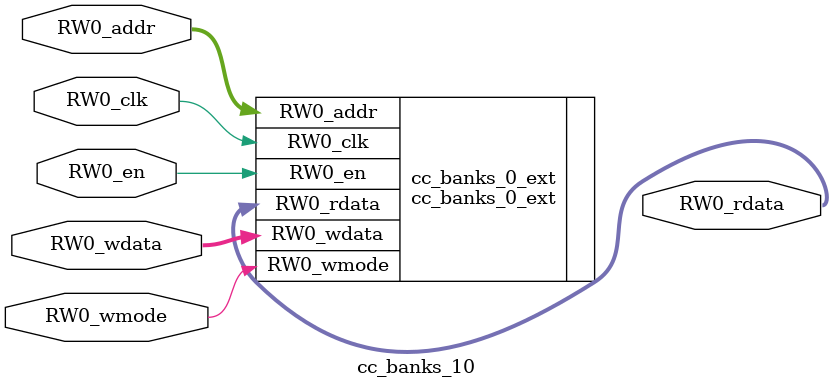
<source format=sv>
module cc_banks_10(	// @[generators/rocket-chip/src/main/scala/util/DescribedSRAM.scala:17:26]
  input  [11:0] RW0_addr,
  input         RW0_en,
  input         RW0_clk,
  input         RW0_wmode,
  input  [63:0] RW0_wdata,
  output [63:0] RW0_rdata
);

  cc_banks_0_ext cc_banks_0_ext (	// @[generators/rocket-chip/src/main/scala/util/DescribedSRAM.scala:17:26]
    .RW0_addr  (RW0_addr),
    .RW0_en    (RW0_en),
    .RW0_clk   (RW0_clk),
    .RW0_wmode (RW0_wmode),
    .RW0_wdata (RW0_wdata),
    .RW0_rdata (RW0_rdata)
  );	// @[generators/rocket-chip/src/main/scala/util/DescribedSRAM.scala:17:26]
endmodule


</source>
